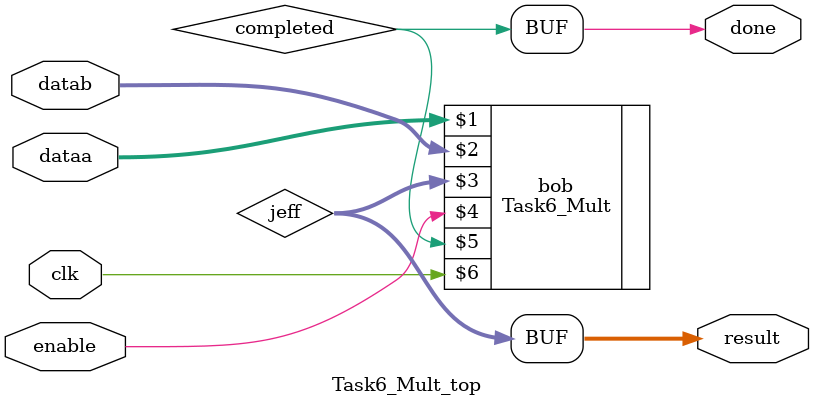
<source format=v>
module Task6_Mult_top (
	dataa,
	datab,
	result,
	enable,
	done,
	clk);
	
	input clk;
	input [31:0]dataa;
	input [31:0]datab;
	output [31:0]result;
	input enable;
	output done;
	
	wire [31:0]jeff;
	wire completed;
	
	Task6_Mult bob(dataa[31:0], datab[31:0], jeff[31:0], enable, completed, clk);
	
	assign result[31:0] = jeff[31:0];
	assign done = completed;
endmodule
	

</source>
